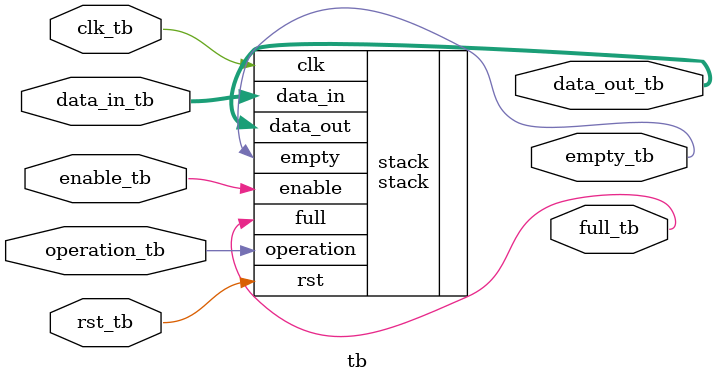
<source format=v>
`default_nettype none
`timescale 1ns/1ns

/*
this testbench just instantiates the module and makes some convenient wires
that can be driven / tested by the cocotb test.py
*/

module tb (
    // testbench is controlled by test/test_*.py files
    input wire clk_tb,
    input wire rst_tb,
    input wire enable_tb,
    input wire operation_tb,
    input wire [15:0] data_in_tb,
    output reg [15:0] data_out_tb,
    output wire full_tb,
    output wire empty_tb
);

    // instantiate the DUT
    stack stack(
        .clk (clk_tb),
        .rst (rst_tb),
        .enable (enable_tb),
        .operation (operation_tb),
        .data_in (data_in_tb),
        .data_out (data_out_tb),
        .full (full_tb),
        .empty (empty_tb)
    );

endmodule

</source>
